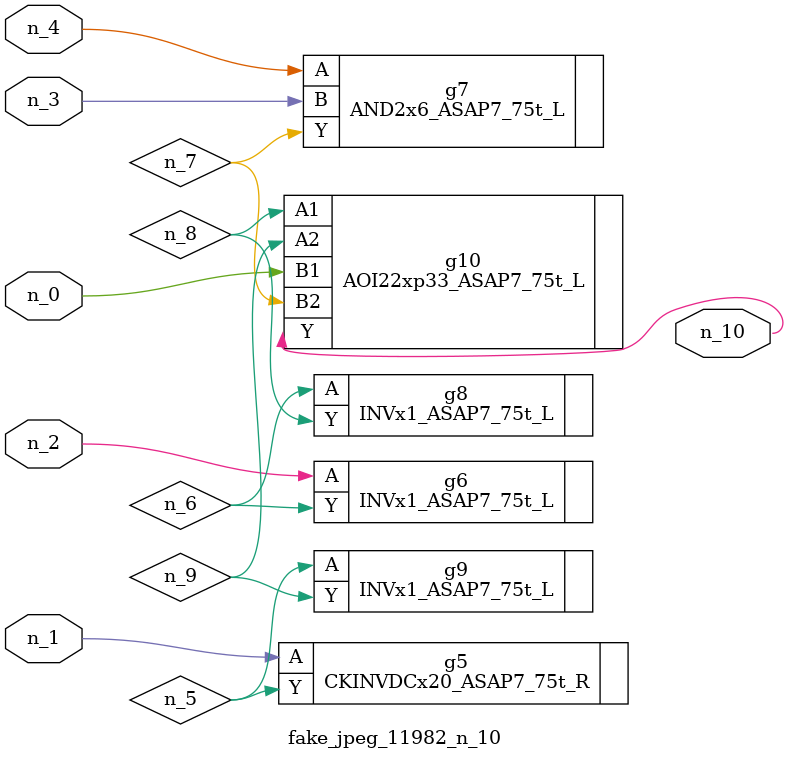
<source format=v>
module fake_jpeg_11982_n_10 (n_3, n_2, n_1, n_0, n_4, n_10);

input n_3;
input n_2;
input n_1;
input n_0;
input n_4;

output n_10;

wire n_8;
wire n_9;
wire n_6;
wire n_5;
wire n_7;

CKINVDCx20_ASAP7_75t_R g5 ( 
.A(n_1),
.Y(n_5)
);

INVx1_ASAP7_75t_L g6 ( 
.A(n_2),
.Y(n_6)
);

AND2x6_ASAP7_75t_L g7 ( 
.A(n_4),
.B(n_3),
.Y(n_7)
);

INVx1_ASAP7_75t_L g8 ( 
.A(n_6),
.Y(n_8)
);

AOI22xp33_ASAP7_75t_L g10 ( 
.A1(n_8),
.A2(n_9),
.B1(n_0),
.B2(n_7),
.Y(n_10)
);

INVx1_ASAP7_75t_L g9 ( 
.A(n_5),
.Y(n_9)
);


endmodule
</source>
